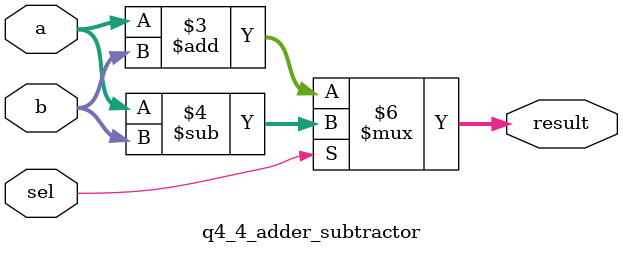
<source format=v>
module q4_4_adder_subtractor (
    input  wire [7:0] a,
    input  wire [7:0] b,
    input  wire       sel,
    output reg  [8:0] result
);

    always @(*) begin
        if (sel == 1'b0)
            result = a + b;
        else
            result = a - b;
    end

endmodule

</source>
